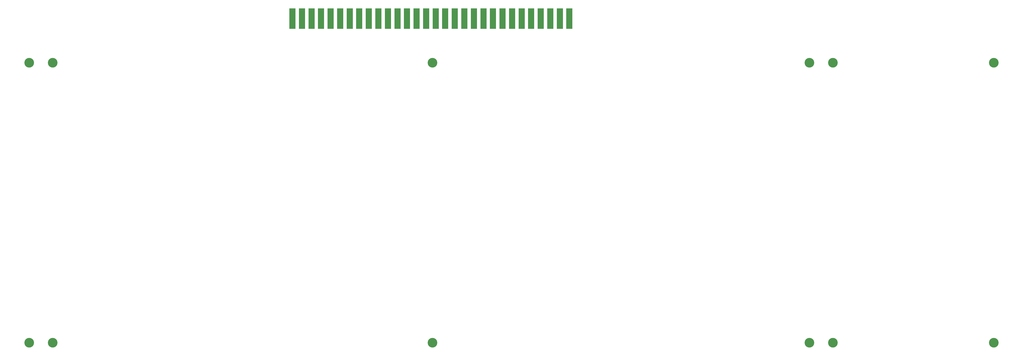
<source format=gbr>
G04 DipTrace 3.1.0.1*
G04 TopMask.gbr*
%MOMM*%
G04 #@! TF.FileFunction,Soldermask,Top*
G04 #@! TF.Part,Single*
%ADD14R,2.6X8.5*%
%ADD15C,1.4*%
%ADD16C,4.0*%
%FSLAX35Y35*%
G04*
G71*
G90*
G75*
G01*
G04 TopMask*
%LPD*%
D16*
X2900000Y1375000D3*
Y12975000D3*
X1925000D3*
Y1375000D3*
X18650000D3*
Y12975000D3*
X35250000Y1375000D3*
Y12975000D3*
X34275000D3*
Y1375000D3*
X41925000Y12975000D3*
Y1375000D3*
D14*
X15216000Y14800000D3*
X12840000D3*
X16404000D3*
X16800000D3*
X13236000D3*
X17196000D3*
X19572000D3*
X16008000D3*
X14028000D3*
X15612000D3*
X13632000D3*
X20364000D3*
X14424000D3*
X19968000D3*
X17592000D3*
X17988000D3*
X14820000D3*
X19176000D3*
X21552000D3*
X22740000D3*
X18780000D3*
X18384000D3*
X21948000D3*
X21156000D3*
X20760000D3*
X23136000D3*
X23532000D3*
X22344000D3*
X24324000D3*
X23928000D3*
X15216000D3*
X12840000D3*
X16800000D3*
X16404000D3*
X13236000D3*
X17196000D3*
X19572000D3*
X16008000D3*
X14028000D3*
X15612000D3*
X13632000D3*
X17988000D3*
X19968000D3*
X20364000D3*
X17592000D3*
X14424000D3*
X19176000D3*
X14820000D3*
X22740000D3*
X21552000D3*
X18384000D3*
X21948000D3*
X18780000D3*
X20760000D3*
X23136000D3*
X23532000D3*
X21156000D3*
X22344000D3*
X23928000D3*
X24324000D3*
D15*
X12840000Y14525000D3*
X13236000D3*
X13632000D3*
X14028000D3*
X14424000D3*
X14820000D3*
X15216000D3*
X15612000D3*
X16008000D3*
X16404000D3*
X16800000D3*
X17196000D3*
X17592000D3*
X17988000D3*
X18384000D3*
X18780000D3*
X19176000D3*
X19572000D3*
X19968000D3*
X20364000D3*
X20760000D3*
X21156000D3*
X21552000D3*
X21948000D3*
X22344000D3*
X22740000D3*
X23136000D3*
X23532000D3*
X23928000D3*
X24324000D3*
M02*

</source>
